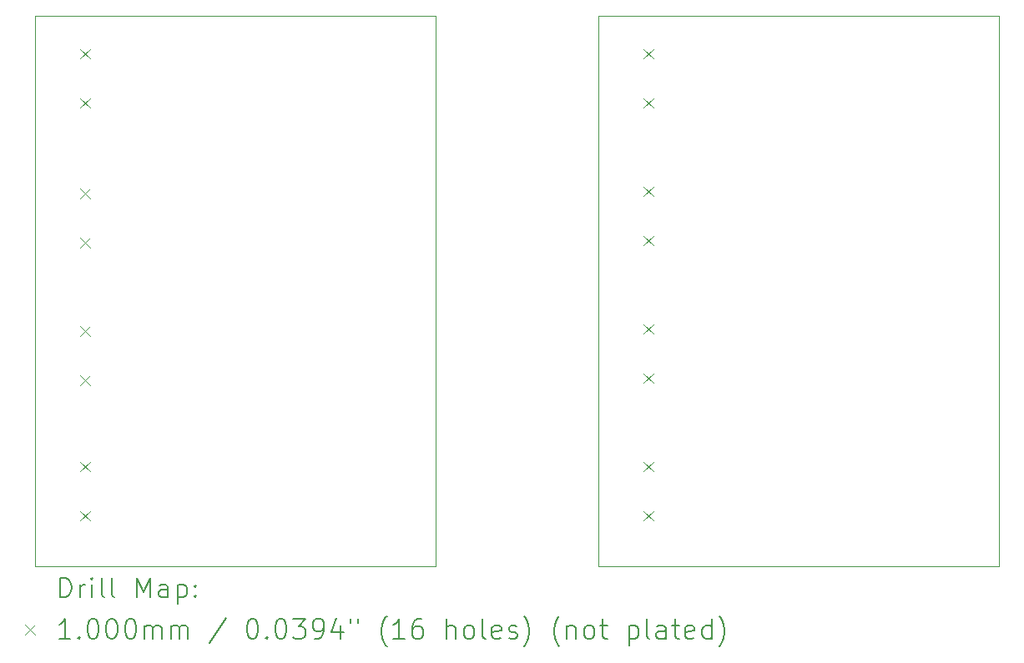
<source format=gbr>
%FSLAX45Y45*%
G04 Gerber Fmt 4.5, Leading zero omitted, Abs format (unit mm)*
G04 Created by KiCad (PCBNEW (6.0.5)) date 2023-05-16 23:55:52*
%MOMM*%
%LPD*%
G01*
G04 APERTURE LIST*
%TA.AperFunction,Profile*%
%ADD10C,0.100000*%
%TD*%
%ADD11C,0.200000*%
%ADD12C,0.100000*%
G04 APERTURE END LIST*
D10*
X3556000Y-10160000D02*
X7620000Y-10160000D01*
X7620000Y-10160000D02*
X7620000Y-15748000D01*
X7620000Y-15748000D02*
X3556000Y-15748000D01*
X3556000Y-15748000D02*
X3556000Y-10160000D01*
X9271000Y-10160000D02*
X13335000Y-10160000D01*
X13335000Y-10160000D02*
X13335000Y-15748000D01*
X13335000Y-15748000D02*
X9271000Y-15748000D01*
X9271000Y-15748000D02*
X9271000Y-10160000D01*
X3556000Y-10160000D02*
X7620000Y-10160000D01*
X7620000Y-10160000D02*
X7620000Y-15748000D01*
X7620000Y-15748000D02*
X3556000Y-15748000D01*
X3556000Y-15748000D02*
X3556000Y-10160000D01*
X9271000Y-10160000D02*
X13335000Y-10160000D01*
X13335000Y-10160000D02*
X13335000Y-15748000D01*
X13335000Y-15748000D02*
X9271000Y-15748000D01*
X9271000Y-15748000D02*
X9271000Y-10160000D01*
D11*
D12*
X4010000Y-10495000D02*
X4110000Y-10595000D01*
X4110000Y-10495000D02*
X4010000Y-10595000D01*
X4010000Y-10995000D02*
X4110000Y-11095000D01*
X4110000Y-10995000D02*
X4010000Y-11095000D01*
X4010000Y-11915048D02*
X4110000Y-12015048D01*
X4110000Y-11915048D02*
X4010000Y-12015048D01*
X4010000Y-12415048D02*
X4110000Y-12515048D01*
X4110000Y-12415048D02*
X4010000Y-12515048D01*
X4010000Y-13312048D02*
X4110000Y-13412048D01*
X4110000Y-13312048D02*
X4010000Y-13412048D01*
X4010000Y-13812048D02*
X4110000Y-13912048D01*
X4110000Y-13812048D02*
X4010000Y-13912048D01*
X4010000Y-14686000D02*
X4110000Y-14786000D01*
X4110000Y-14686000D02*
X4010000Y-14786000D01*
X4010000Y-15186000D02*
X4110000Y-15286000D01*
X4110000Y-15186000D02*
X4010000Y-15286000D01*
X9725000Y-10495000D02*
X9825000Y-10595000D01*
X9825000Y-10495000D02*
X9725000Y-10595000D01*
X9725000Y-10995000D02*
X9825000Y-11095000D01*
X9825000Y-10995000D02*
X9725000Y-11095000D01*
X9725000Y-11892000D02*
X9825000Y-11992000D01*
X9825000Y-11892000D02*
X9725000Y-11992000D01*
X9725000Y-12392000D02*
X9825000Y-12492000D01*
X9825000Y-12392000D02*
X9725000Y-12492000D01*
X9725000Y-13289000D02*
X9825000Y-13389000D01*
X9825000Y-13289000D02*
X9725000Y-13389000D01*
X9725000Y-13789000D02*
X9825000Y-13889000D01*
X9825000Y-13789000D02*
X9725000Y-13889000D01*
X9725000Y-14686000D02*
X9825000Y-14786000D01*
X9825000Y-14686000D02*
X9725000Y-14786000D01*
X9725000Y-15186000D02*
X9825000Y-15286000D01*
X9825000Y-15186000D02*
X9725000Y-15286000D01*
D11*
X3808619Y-16063476D02*
X3808619Y-15863476D01*
X3856238Y-15863476D01*
X3884809Y-15873000D01*
X3903857Y-15892048D01*
X3913381Y-15911095D01*
X3922905Y-15949190D01*
X3922905Y-15977762D01*
X3913381Y-16015857D01*
X3903857Y-16034905D01*
X3884809Y-16053952D01*
X3856238Y-16063476D01*
X3808619Y-16063476D01*
X4008619Y-16063476D02*
X4008619Y-15930143D01*
X4008619Y-15968238D02*
X4018143Y-15949190D01*
X4027667Y-15939667D01*
X4046714Y-15930143D01*
X4065762Y-15930143D01*
X4132428Y-16063476D02*
X4132428Y-15930143D01*
X4132428Y-15863476D02*
X4122905Y-15873000D01*
X4132428Y-15882524D01*
X4141952Y-15873000D01*
X4132428Y-15863476D01*
X4132428Y-15882524D01*
X4256238Y-16063476D02*
X4237190Y-16053952D01*
X4227667Y-16034905D01*
X4227667Y-15863476D01*
X4361000Y-16063476D02*
X4341952Y-16053952D01*
X4332429Y-16034905D01*
X4332429Y-15863476D01*
X4589571Y-16063476D02*
X4589571Y-15863476D01*
X4656238Y-16006333D01*
X4722905Y-15863476D01*
X4722905Y-16063476D01*
X4903857Y-16063476D02*
X4903857Y-15958714D01*
X4894333Y-15939667D01*
X4875286Y-15930143D01*
X4837190Y-15930143D01*
X4818143Y-15939667D01*
X4903857Y-16053952D02*
X4884810Y-16063476D01*
X4837190Y-16063476D01*
X4818143Y-16053952D01*
X4808619Y-16034905D01*
X4808619Y-16015857D01*
X4818143Y-15996809D01*
X4837190Y-15987286D01*
X4884810Y-15987286D01*
X4903857Y-15977762D01*
X4999095Y-15930143D02*
X4999095Y-16130143D01*
X4999095Y-15939667D02*
X5018143Y-15930143D01*
X5056238Y-15930143D01*
X5075286Y-15939667D01*
X5084810Y-15949190D01*
X5094333Y-15968238D01*
X5094333Y-16025381D01*
X5084810Y-16044428D01*
X5075286Y-16053952D01*
X5056238Y-16063476D01*
X5018143Y-16063476D01*
X4999095Y-16053952D01*
X5180048Y-16044428D02*
X5189571Y-16053952D01*
X5180048Y-16063476D01*
X5170524Y-16053952D01*
X5180048Y-16044428D01*
X5180048Y-16063476D01*
X5180048Y-15939667D02*
X5189571Y-15949190D01*
X5180048Y-15958714D01*
X5170524Y-15949190D01*
X5180048Y-15939667D01*
X5180048Y-15958714D01*
D12*
X3451000Y-16343000D02*
X3551000Y-16443000D01*
X3551000Y-16343000D02*
X3451000Y-16443000D01*
D11*
X3913381Y-16483476D02*
X3799095Y-16483476D01*
X3856238Y-16483476D02*
X3856238Y-16283476D01*
X3837190Y-16312048D01*
X3818143Y-16331095D01*
X3799095Y-16340619D01*
X3999095Y-16464428D02*
X4008619Y-16473952D01*
X3999095Y-16483476D01*
X3989571Y-16473952D01*
X3999095Y-16464428D01*
X3999095Y-16483476D01*
X4132428Y-16283476D02*
X4151476Y-16283476D01*
X4170524Y-16293000D01*
X4180048Y-16302524D01*
X4189571Y-16321571D01*
X4199095Y-16359667D01*
X4199095Y-16407286D01*
X4189571Y-16445381D01*
X4180048Y-16464428D01*
X4170524Y-16473952D01*
X4151476Y-16483476D01*
X4132428Y-16483476D01*
X4113381Y-16473952D01*
X4103857Y-16464428D01*
X4094333Y-16445381D01*
X4084809Y-16407286D01*
X4084809Y-16359667D01*
X4094333Y-16321571D01*
X4103857Y-16302524D01*
X4113381Y-16293000D01*
X4132428Y-16283476D01*
X4322905Y-16283476D02*
X4341952Y-16283476D01*
X4361000Y-16293000D01*
X4370524Y-16302524D01*
X4380048Y-16321571D01*
X4389571Y-16359667D01*
X4389571Y-16407286D01*
X4380048Y-16445381D01*
X4370524Y-16464428D01*
X4361000Y-16473952D01*
X4341952Y-16483476D01*
X4322905Y-16483476D01*
X4303857Y-16473952D01*
X4294333Y-16464428D01*
X4284810Y-16445381D01*
X4275286Y-16407286D01*
X4275286Y-16359667D01*
X4284810Y-16321571D01*
X4294333Y-16302524D01*
X4303857Y-16293000D01*
X4322905Y-16283476D01*
X4513381Y-16283476D02*
X4532429Y-16283476D01*
X4551476Y-16293000D01*
X4561000Y-16302524D01*
X4570524Y-16321571D01*
X4580048Y-16359667D01*
X4580048Y-16407286D01*
X4570524Y-16445381D01*
X4561000Y-16464428D01*
X4551476Y-16473952D01*
X4532429Y-16483476D01*
X4513381Y-16483476D01*
X4494333Y-16473952D01*
X4484810Y-16464428D01*
X4475286Y-16445381D01*
X4465762Y-16407286D01*
X4465762Y-16359667D01*
X4475286Y-16321571D01*
X4484810Y-16302524D01*
X4494333Y-16293000D01*
X4513381Y-16283476D01*
X4665762Y-16483476D02*
X4665762Y-16350143D01*
X4665762Y-16369190D02*
X4675286Y-16359667D01*
X4694333Y-16350143D01*
X4722905Y-16350143D01*
X4741952Y-16359667D01*
X4751476Y-16378714D01*
X4751476Y-16483476D01*
X4751476Y-16378714D02*
X4761000Y-16359667D01*
X4780048Y-16350143D01*
X4808619Y-16350143D01*
X4827667Y-16359667D01*
X4837190Y-16378714D01*
X4837190Y-16483476D01*
X4932429Y-16483476D02*
X4932429Y-16350143D01*
X4932429Y-16369190D02*
X4941952Y-16359667D01*
X4961000Y-16350143D01*
X4989571Y-16350143D01*
X5008619Y-16359667D01*
X5018143Y-16378714D01*
X5018143Y-16483476D01*
X5018143Y-16378714D02*
X5027667Y-16359667D01*
X5046714Y-16350143D01*
X5075286Y-16350143D01*
X5094333Y-16359667D01*
X5103857Y-16378714D01*
X5103857Y-16483476D01*
X5494333Y-16273952D02*
X5322905Y-16531095D01*
X5751476Y-16283476D02*
X5770524Y-16283476D01*
X5789571Y-16293000D01*
X5799095Y-16302524D01*
X5808619Y-16321571D01*
X5818143Y-16359667D01*
X5818143Y-16407286D01*
X5808619Y-16445381D01*
X5799095Y-16464428D01*
X5789571Y-16473952D01*
X5770524Y-16483476D01*
X5751476Y-16483476D01*
X5732428Y-16473952D01*
X5722905Y-16464428D01*
X5713381Y-16445381D01*
X5703857Y-16407286D01*
X5703857Y-16359667D01*
X5713381Y-16321571D01*
X5722905Y-16302524D01*
X5732428Y-16293000D01*
X5751476Y-16283476D01*
X5903857Y-16464428D02*
X5913381Y-16473952D01*
X5903857Y-16483476D01*
X5894333Y-16473952D01*
X5903857Y-16464428D01*
X5903857Y-16483476D01*
X6037190Y-16283476D02*
X6056238Y-16283476D01*
X6075286Y-16293000D01*
X6084809Y-16302524D01*
X6094333Y-16321571D01*
X6103857Y-16359667D01*
X6103857Y-16407286D01*
X6094333Y-16445381D01*
X6084809Y-16464428D01*
X6075286Y-16473952D01*
X6056238Y-16483476D01*
X6037190Y-16483476D01*
X6018143Y-16473952D01*
X6008619Y-16464428D01*
X5999095Y-16445381D01*
X5989571Y-16407286D01*
X5989571Y-16359667D01*
X5999095Y-16321571D01*
X6008619Y-16302524D01*
X6018143Y-16293000D01*
X6037190Y-16283476D01*
X6170524Y-16283476D02*
X6294333Y-16283476D01*
X6227667Y-16359667D01*
X6256238Y-16359667D01*
X6275286Y-16369190D01*
X6284809Y-16378714D01*
X6294333Y-16397762D01*
X6294333Y-16445381D01*
X6284809Y-16464428D01*
X6275286Y-16473952D01*
X6256238Y-16483476D01*
X6199095Y-16483476D01*
X6180048Y-16473952D01*
X6170524Y-16464428D01*
X6389571Y-16483476D02*
X6427667Y-16483476D01*
X6446714Y-16473952D01*
X6456238Y-16464428D01*
X6475286Y-16435857D01*
X6484809Y-16397762D01*
X6484809Y-16321571D01*
X6475286Y-16302524D01*
X6465762Y-16293000D01*
X6446714Y-16283476D01*
X6408619Y-16283476D01*
X6389571Y-16293000D01*
X6380048Y-16302524D01*
X6370524Y-16321571D01*
X6370524Y-16369190D01*
X6380048Y-16388238D01*
X6389571Y-16397762D01*
X6408619Y-16407286D01*
X6446714Y-16407286D01*
X6465762Y-16397762D01*
X6475286Y-16388238D01*
X6484809Y-16369190D01*
X6656238Y-16350143D02*
X6656238Y-16483476D01*
X6608619Y-16273952D02*
X6561000Y-16416809D01*
X6684809Y-16416809D01*
X6751476Y-16283476D02*
X6751476Y-16321571D01*
X6827667Y-16283476D02*
X6827667Y-16321571D01*
X7122905Y-16559667D02*
X7113381Y-16550143D01*
X7094333Y-16521571D01*
X7084809Y-16502524D01*
X7075286Y-16473952D01*
X7065762Y-16426333D01*
X7065762Y-16388238D01*
X7075286Y-16340619D01*
X7084809Y-16312048D01*
X7094333Y-16293000D01*
X7113381Y-16264428D01*
X7122905Y-16254905D01*
X7303857Y-16483476D02*
X7189571Y-16483476D01*
X7246714Y-16483476D02*
X7246714Y-16283476D01*
X7227667Y-16312048D01*
X7208619Y-16331095D01*
X7189571Y-16340619D01*
X7475286Y-16283476D02*
X7437190Y-16283476D01*
X7418143Y-16293000D01*
X7408619Y-16302524D01*
X7389571Y-16331095D01*
X7380048Y-16369190D01*
X7380048Y-16445381D01*
X7389571Y-16464428D01*
X7399095Y-16473952D01*
X7418143Y-16483476D01*
X7456238Y-16483476D01*
X7475286Y-16473952D01*
X7484809Y-16464428D01*
X7494333Y-16445381D01*
X7494333Y-16397762D01*
X7484809Y-16378714D01*
X7475286Y-16369190D01*
X7456238Y-16359667D01*
X7418143Y-16359667D01*
X7399095Y-16369190D01*
X7389571Y-16378714D01*
X7380048Y-16397762D01*
X7732428Y-16483476D02*
X7732428Y-16283476D01*
X7818143Y-16483476D02*
X7818143Y-16378714D01*
X7808619Y-16359667D01*
X7789571Y-16350143D01*
X7761000Y-16350143D01*
X7741952Y-16359667D01*
X7732428Y-16369190D01*
X7941952Y-16483476D02*
X7922905Y-16473952D01*
X7913381Y-16464428D01*
X7903857Y-16445381D01*
X7903857Y-16388238D01*
X7913381Y-16369190D01*
X7922905Y-16359667D01*
X7941952Y-16350143D01*
X7970524Y-16350143D01*
X7989571Y-16359667D01*
X7999095Y-16369190D01*
X8008619Y-16388238D01*
X8008619Y-16445381D01*
X7999095Y-16464428D01*
X7989571Y-16473952D01*
X7970524Y-16483476D01*
X7941952Y-16483476D01*
X8122905Y-16483476D02*
X8103857Y-16473952D01*
X8094333Y-16454905D01*
X8094333Y-16283476D01*
X8275286Y-16473952D02*
X8256238Y-16483476D01*
X8218143Y-16483476D01*
X8199095Y-16473952D01*
X8189571Y-16454905D01*
X8189571Y-16378714D01*
X8199095Y-16359667D01*
X8218143Y-16350143D01*
X8256238Y-16350143D01*
X8275286Y-16359667D01*
X8284809Y-16378714D01*
X8284809Y-16397762D01*
X8189571Y-16416809D01*
X8361000Y-16473952D02*
X8380048Y-16483476D01*
X8418143Y-16483476D01*
X8437190Y-16473952D01*
X8446714Y-16454905D01*
X8446714Y-16445381D01*
X8437190Y-16426333D01*
X8418143Y-16416809D01*
X8389571Y-16416809D01*
X8370524Y-16407286D01*
X8361000Y-16388238D01*
X8361000Y-16378714D01*
X8370524Y-16359667D01*
X8389571Y-16350143D01*
X8418143Y-16350143D01*
X8437190Y-16359667D01*
X8513381Y-16559667D02*
X8522905Y-16550143D01*
X8541952Y-16521571D01*
X8551476Y-16502524D01*
X8561000Y-16473952D01*
X8570524Y-16426333D01*
X8570524Y-16388238D01*
X8561000Y-16340619D01*
X8551476Y-16312048D01*
X8541952Y-16293000D01*
X8522905Y-16264428D01*
X8513381Y-16254905D01*
X8875286Y-16559667D02*
X8865762Y-16550143D01*
X8846714Y-16521571D01*
X8837190Y-16502524D01*
X8827667Y-16473952D01*
X8818143Y-16426333D01*
X8818143Y-16388238D01*
X8827667Y-16340619D01*
X8837190Y-16312048D01*
X8846714Y-16293000D01*
X8865762Y-16264428D01*
X8875286Y-16254905D01*
X8951476Y-16350143D02*
X8951476Y-16483476D01*
X8951476Y-16369190D02*
X8961000Y-16359667D01*
X8980048Y-16350143D01*
X9008619Y-16350143D01*
X9027667Y-16359667D01*
X9037190Y-16378714D01*
X9037190Y-16483476D01*
X9161000Y-16483476D02*
X9141952Y-16473952D01*
X9132429Y-16464428D01*
X9122905Y-16445381D01*
X9122905Y-16388238D01*
X9132429Y-16369190D01*
X9141952Y-16359667D01*
X9161000Y-16350143D01*
X9189571Y-16350143D01*
X9208619Y-16359667D01*
X9218143Y-16369190D01*
X9227667Y-16388238D01*
X9227667Y-16445381D01*
X9218143Y-16464428D01*
X9208619Y-16473952D01*
X9189571Y-16483476D01*
X9161000Y-16483476D01*
X9284810Y-16350143D02*
X9361000Y-16350143D01*
X9313381Y-16283476D02*
X9313381Y-16454905D01*
X9322905Y-16473952D01*
X9341952Y-16483476D01*
X9361000Y-16483476D01*
X9580048Y-16350143D02*
X9580048Y-16550143D01*
X9580048Y-16359667D02*
X9599095Y-16350143D01*
X9637190Y-16350143D01*
X9656238Y-16359667D01*
X9665762Y-16369190D01*
X9675286Y-16388238D01*
X9675286Y-16445381D01*
X9665762Y-16464428D01*
X9656238Y-16473952D01*
X9637190Y-16483476D01*
X9599095Y-16483476D01*
X9580048Y-16473952D01*
X9789571Y-16483476D02*
X9770524Y-16473952D01*
X9761000Y-16454905D01*
X9761000Y-16283476D01*
X9951476Y-16483476D02*
X9951476Y-16378714D01*
X9941952Y-16359667D01*
X9922905Y-16350143D01*
X9884810Y-16350143D01*
X9865762Y-16359667D01*
X9951476Y-16473952D02*
X9932429Y-16483476D01*
X9884810Y-16483476D01*
X9865762Y-16473952D01*
X9856238Y-16454905D01*
X9856238Y-16435857D01*
X9865762Y-16416809D01*
X9884810Y-16407286D01*
X9932429Y-16407286D01*
X9951476Y-16397762D01*
X10018143Y-16350143D02*
X10094333Y-16350143D01*
X10046714Y-16283476D02*
X10046714Y-16454905D01*
X10056238Y-16473952D01*
X10075286Y-16483476D01*
X10094333Y-16483476D01*
X10237190Y-16473952D02*
X10218143Y-16483476D01*
X10180048Y-16483476D01*
X10161000Y-16473952D01*
X10151476Y-16454905D01*
X10151476Y-16378714D01*
X10161000Y-16359667D01*
X10180048Y-16350143D01*
X10218143Y-16350143D01*
X10237190Y-16359667D01*
X10246714Y-16378714D01*
X10246714Y-16397762D01*
X10151476Y-16416809D01*
X10418143Y-16483476D02*
X10418143Y-16283476D01*
X10418143Y-16473952D02*
X10399095Y-16483476D01*
X10361000Y-16483476D01*
X10341952Y-16473952D01*
X10332429Y-16464428D01*
X10322905Y-16445381D01*
X10322905Y-16388238D01*
X10332429Y-16369190D01*
X10341952Y-16359667D01*
X10361000Y-16350143D01*
X10399095Y-16350143D01*
X10418143Y-16359667D01*
X10494333Y-16559667D02*
X10503857Y-16550143D01*
X10522905Y-16521571D01*
X10532429Y-16502524D01*
X10541952Y-16473952D01*
X10551476Y-16426333D01*
X10551476Y-16388238D01*
X10541952Y-16340619D01*
X10532429Y-16312048D01*
X10522905Y-16293000D01*
X10503857Y-16264428D01*
X10494333Y-16254905D01*
M02*

</source>
